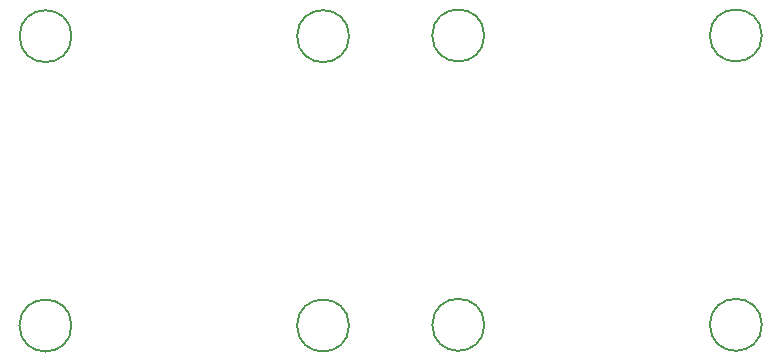
<source format=gbr>
%TF.GenerationSoftware,KiCad,Pcbnew,8.0.3*%
%TF.CreationDate,2024-08-02T01:30:14+01:00*%
%TF.ProjectId,corne-light-ice-trackball,636f726e-652d-46c6-9967-68742d696365,1.0*%
%TF.SameCoordinates,Original*%
%TF.FileFunction,Other,Comment*%
%FSLAX46Y46*%
G04 Gerber Fmt 4.6, Leading zero omitted, Abs format (unit mm)*
G04 Created by KiCad (PCBNEW 8.0.3) date 2024-08-02 01:30:14*
%MOMM*%
%LPD*%
G01*
G04 APERTURE LIST*
%ADD10C,0.150000*%
G04 APERTURE END LIST*
D10*
%TO.C,REF\u002A\u002A*%
X80873000Y46180500D02*
G75*
G02*
X76473000Y46180500I-2200000J0D01*
G01*
X76473000Y46180500D02*
G75*
G02*
X80873000Y46180500I2200000J0D01*
G01*
X57373000Y21680500D02*
G75*
G02*
X52973000Y21680500I-2200000J0D01*
G01*
X52973000Y21680500D02*
G75*
G02*
X57373000Y21680500I2200000J0D01*
G01*
X80873000Y21680500D02*
G75*
G02*
X76473000Y21680500I-2200000J0D01*
G01*
X76473000Y21680500D02*
G75*
G02*
X80873000Y21680500I2200000J0D01*
G01*
X57373000Y46180500D02*
G75*
G02*
X52973000Y46180500I-2200000J0D01*
G01*
X52973000Y46180500D02*
G75*
G02*
X57373000Y46180500I2200000J0D01*
G01*
X92323000Y21740500D02*
G75*
G02*
X87923000Y21740500I-2200000J0D01*
G01*
X87923000Y21740500D02*
G75*
G02*
X92323000Y21740500I2200000J0D01*
G01*
X92323000Y46240500D02*
G75*
G02*
X87923000Y46240500I-2200000J0D01*
G01*
X87923000Y46240500D02*
G75*
G02*
X92323000Y46240500I2200000J0D01*
G01*
X115823000Y46240500D02*
G75*
G02*
X111423000Y46240500I-2200000J0D01*
G01*
X111423000Y46240500D02*
G75*
G02*
X115823000Y46240500I2200000J0D01*
G01*
X115823000Y21740500D02*
G75*
G02*
X111423000Y21740500I-2200000J0D01*
G01*
X111423000Y21740500D02*
G75*
G02*
X115823000Y21740500I2200000J0D01*
G01*
%TD*%
M02*

</source>
